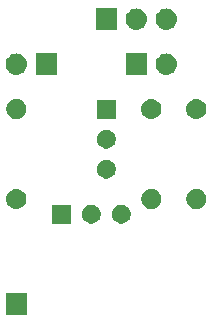
<source format=gbr>
G04 #@! TF.GenerationSoftware,KiCad,Pcbnew,(5.1.2)-2*
G04 #@! TF.CreationDate,2019-11-25T02:53:00-05:00*
G04 #@! TF.ProjectId,esp82single,65737038-3273-4696-9e67-6c652e6b6963,rev?*
G04 #@! TF.SameCoordinates,Original*
G04 #@! TF.FileFunction,Soldermask,Bot*
G04 #@! TF.FilePolarity,Negative*
%FSLAX46Y46*%
G04 Gerber Fmt 4.6, Leading zero omitted, Abs format (unit mm)*
G04 Created by KiCad (PCBNEW (5.1.2)-2) date 2019-11-25 02:53:00*
%MOMM*%
%LPD*%
G04 APERTURE LIST*
%ADD10C,0.100000*%
G04 APERTURE END LIST*
D10*
G36*
X130441000Y-94881000D02*
G01*
X128639000Y-94881000D01*
X128639000Y-93079000D01*
X130441000Y-93079000D01*
X130441000Y-94881000D01*
X130441000Y-94881000D01*
G37*
G36*
X136123642Y-85589781D02*
G01*
X136226728Y-85632481D01*
X136269416Y-85650163D01*
X136400608Y-85737822D01*
X136512178Y-85849392D01*
X136573388Y-85941000D01*
X136599838Y-85980586D01*
X136660219Y-86126358D01*
X136691000Y-86281107D01*
X136691000Y-86438893D01*
X136660219Y-86593642D01*
X136599838Y-86739414D01*
X136599837Y-86739416D01*
X136512178Y-86870608D01*
X136400608Y-86982178D01*
X136269416Y-87069837D01*
X136269415Y-87069838D01*
X136269414Y-87069838D01*
X136123642Y-87130219D01*
X135968893Y-87161000D01*
X135811107Y-87161000D01*
X135656358Y-87130219D01*
X135510586Y-87069838D01*
X135510585Y-87069838D01*
X135510584Y-87069837D01*
X135379392Y-86982178D01*
X135267822Y-86870608D01*
X135180163Y-86739416D01*
X135180162Y-86739414D01*
X135119781Y-86593642D01*
X135089000Y-86438893D01*
X135089000Y-86281107D01*
X135119781Y-86126358D01*
X135180162Y-85980586D01*
X135206612Y-85941000D01*
X135267822Y-85849392D01*
X135379392Y-85737822D01*
X135510584Y-85650163D01*
X135553272Y-85632481D01*
X135656358Y-85589781D01*
X135811107Y-85559000D01*
X135968893Y-85559000D01*
X136123642Y-85589781D01*
X136123642Y-85589781D01*
G37*
G36*
X134151000Y-87161000D02*
G01*
X132549000Y-87161000D01*
X132549000Y-85559000D01*
X134151000Y-85559000D01*
X134151000Y-87161000D01*
X134151000Y-87161000D01*
G37*
G36*
X138663642Y-85589781D02*
G01*
X138766728Y-85632481D01*
X138809416Y-85650163D01*
X138940608Y-85737822D01*
X139052178Y-85849392D01*
X139113388Y-85941000D01*
X139139838Y-85980586D01*
X139200219Y-86126358D01*
X139231000Y-86281107D01*
X139231000Y-86438893D01*
X139200219Y-86593642D01*
X139139838Y-86739414D01*
X139139837Y-86739416D01*
X139052178Y-86870608D01*
X138940608Y-86982178D01*
X138809416Y-87069837D01*
X138809415Y-87069838D01*
X138809414Y-87069838D01*
X138663642Y-87130219D01*
X138508893Y-87161000D01*
X138351107Y-87161000D01*
X138196358Y-87130219D01*
X138050586Y-87069838D01*
X138050585Y-87069838D01*
X138050584Y-87069837D01*
X137919392Y-86982178D01*
X137807822Y-86870608D01*
X137720163Y-86739416D01*
X137720162Y-86739414D01*
X137659781Y-86593642D01*
X137629000Y-86438893D01*
X137629000Y-86281107D01*
X137659781Y-86126358D01*
X137720162Y-85980586D01*
X137746612Y-85941000D01*
X137807822Y-85849392D01*
X137919392Y-85737822D01*
X138050584Y-85650163D01*
X138093272Y-85632481D01*
X138196358Y-85589781D01*
X138351107Y-85559000D01*
X138508893Y-85559000D01*
X138663642Y-85589781D01*
X138663642Y-85589781D01*
G37*
G36*
X145028228Y-84271703D02*
G01*
X145183100Y-84335853D01*
X145322481Y-84428985D01*
X145441015Y-84547519D01*
X145534147Y-84686900D01*
X145598297Y-84841772D01*
X145631000Y-85006184D01*
X145631000Y-85173816D01*
X145598297Y-85338228D01*
X145534147Y-85493100D01*
X145441015Y-85632481D01*
X145322481Y-85751015D01*
X145183100Y-85844147D01*
X145028228Y-85908297D01*
X144863816Y-85941000D01*
X144696184Y-85941000D01*
X144531772Y-85908297D01*
X144376900Y-85844147D01*
X144237519Y-85751015D01*
X144118985Y-85632481D01*
X144025853Y-85493100D01*
X143961703Y-85338228D01*
X143929000Y-85173816D01*
X143929000Y-85006184D01*
X143961703Y-84841772D01*
X144025853Y-84686900D01*
X144118985Y-84547519D01*
X144237519Y-84428985D01*
X144376900Y-84335853D01*
X144531772Y-84271703D01*
X144696184Y-84239000D01*
X144863816Y-84239000D01*
X145028228Y-84271703D01*
X145028228Y-84271703D01*
G37*
G36*
X141218228Y-84271703D02*
G01*
X141373100Y-84335853D01*
X141512481Y-84428985D01*
X141631015Y-84547519D01*
X141724147Y-84686900D01*
X141788297Y-84841772D01*
X141821000Y-85006184D01*
X141821000Y-85173816D01*
X141788297Y-85338228D01*
X141724147Y-85493100D01*
X141631015Y-85632481D01*
X141512481Y-85751015D01*
X141373100Y-85844147D01*
X141218228Y-85908297D01*
X141053816Y-85941000D01*
X140886184Y-85941000D01*
X140721772Y-85908297D01*
X140566900Y-85844147D01*
X140427519Y-85751015D01*
X140308985Y-85632481D01*
X140215853Y-85493100D01*
X140151703Y-85338228D01*
X140119000Y-85173816D01*
X140119000Y-85006184D01*
X140151703Y-84841772D01*
X140215853Y-84686900D01*
X140308985Y-84547519D01*
X140427519Y-84428985D01*
X140566900Y-84335853D01*
X140721772Y-84271703D01*
X140886184Y-84239000D01*
X141053816Y-84239000D01*
X141218228Y-84271703D01*
X141218228Y-84271703D01*
G37*
G36*
X129706823Y-84251313D02*
G01*
X129867242Y-84299976D01*
X129934361Y-84335852D01*
X130015078Y-84378996D01*
X130144659Y-84485341D01*
X130251004Y-84614922D01*
X130251005Y-84614924D01*
X130330024Y-84762758D01*
X130378687Y-84923177D01*
X130395117Y-85090000D01*
X130378687Y-85256823D01*
X130330024Y-85417242D01*
X130289477Y-85493100D01*
X130251004Y-85565078D01*
X130144659Y-85694659D01*
X130015078Y-85801004D01*
X130015076Y-85801005D01*
X129867242Y-85880024D01*
X129706823Y-85928687D01*
X129581804Y-85941000D01*
X129498196Y-85941000D01*
X129373177Y-85928687D01*
X129212758Y-85880024D01*
X129064924Y-85801005D01*
X129064922Y-85801004D01*
X128935341Y-85694659D01*
X128828996Y-85565078D01*
X128790523Y-85493100D01*
X128749976Y-85417242D01*
X128701313Y-85256823D01*
X128684883Y-85090000D01*
X128701313Y-84923177D01*
X128749976Y-84762758D01*
X128828995Y-84614924D01*
X128828996Y-84614922D01*
X128935341Y-84485341D01*
X129064922Y-84378996D01*
X129145639Y-84335852D01*
X129212758Y-84299976D01*
X129373177Y-84251313D01*
X129498196Y-84239000D01*
X129581804Y-84239000D01*
X129706823Y-84251313D01*
X129706823Y-84251313D01*
G37*
G36*
X137393642Y-81779781D02*
G01*
X137539414Y-81840162D01*
X137539416Y-81840163D01*
X137670608Y-81927822D01*
X137782178Y-82039392D01*
X137869837Y-82170584D01*
X137869838Y-82170586D01*
X137930219Y-82316358D01*
X137961000Y-82471107D01*
X137961000Y-82628893D01*
X137930219Y-82783642D01*
X137869838Y-82929414D01*
X137869837Y-82929416D01*
X137782178Y-83060608D01*
X137670608Y-83172178D01*
X137539416Y-83259837D01*
X137539415Y-83259838D01*
X137539414Y-83259838D01*
X137393642Y-83320219D01*
X137238893Y-83351000D01*
X137081107Y-83351000D01*
X136926358Y-83320219D01*
X136780586Y-83259838D01*
X136780585Y-83259838D01*
X136780584Y-83259837D01*
X136649392Y-83172178D01*
X136537822Y-83060608D01*
X136450163Y-82929416D01*
X136450162Y-82929414D01*
X136389781Y-82783642D01*
X136359000Y-82628893D01*
X136359000Y-82471107D01*
X136389781Y-82316358D01*
X136450162Y-82170586D01*
X136450163Y-82170584D01*
X136537822Y-82039392D01*
X136649392Y-81927822D01*
X136780584Y-81840163D01*
X136780586Y-81840162D01*
X136926358Y-81779781D01*
X137081107Y-81749000D01*
X137238893Y-81749000D01*
X137393642Y-81779781D01*
X137393642Y-81779781D01*
G37*
G36*
X137393642Y-79239781D02*
G01*
X137539414Y-79300162D01*
X137539416Y-79300163D01*
X137670608Y-79387822D01*
X137782178Y-79499392D01*
X137869837Y-79630584D01*
X137869838Y-79630586D01*
X137930219Y-79776358D01*
X137961000Y-79931107D01*
X137961000Y-80088893D01*
X137930219Y-80243642D01*
X137869838Y-80389414D01*
X137869837Y-80389416D01*
X137782178Y-80520608D01*
X137670608Y-80632178D01*
X137539416Y-80719837D01*
X137539415Y-80719838D01*
X137539414Y-80719838D01*
X137393642Y-80780219D01*
X137238893Y-80811000D01*
X137081107Y-80811000D01*
X136926358Y-80780219D01*
X136780586Y-80719838D01*
X136780585Y-80719838D01*
X136780584Y-80719837D01*
X136649392Y-80632178D01*
X136537822Y-80520608D01*
X136450163Y-80389416D01*
X136450162Y-80389414D01*
X136389781Y-80243642D01*
X136359000Y-80088893D01*
X136359000Y-79931107D01*
X136389781Y-79776358D01*
X136450162Y-79630586D01*
X136450163Y-79630584D01*
X136537822Y-79499392D01*
X136649392Y-79387822D01*
X136780584Y-79300163D01*
X136780586Y-79300162D01*
X136926358Y-79239781D01*
X137081107Y-79209000D01*
X137238893Y-79209000D01*
X137393642Y-79239781D01*
X137393642Y-79239781D01*
G37*
G36*
X141136823Y-76631313D02*
G01*
X141297242Y-76679976D01*
X141364361Y-76715852D01*
X141445078Y-76758996D01*
X141574659Y-76865341D01*
X141681004Y-76994922D01*
X141681005Y-76994924D01*
X141760024Y-77142758D01*
X141808687Y-77303177D01*
X141825117Y-77470000D01*
X141808687Y-77636823D01*
X141760024Y-77797242D01*
X141719477Y-77873100D01*
X141681004Y-77945078D01*
X141574659Y-78074659D01*
X141445078Y-78181004D01*
X141445076Y-78181005D01*
X141297242Y-78260024D01*
X141136823Y-78308687D01*
X141011804Y-78321000D01*
X140928196Y-78321000D01*
X140803177Y-78308687D01*
X140642758Y-78260024D01*
X140494924Y-78181005D01*
X140494922Y-78181004D01*
X140365341Y-78074659D01*
X140258996Y-77945078D01*
X140220523Y-77873100D01*
X140179976Y-77797242D01*
X140131313Y-77636823D01*
X140114883Y-77470000D01*
X140131313Y-77303177D01*
X140179976Y-77142758D01*
X140258995Y-76994924D01*
X140258996Y-76994922D01*
X140365341Y-76865341D01*
X140494922Y-76758996D01*
X140575639Y-76715852D01*
X140642758Y-76679976D01*
X140803177Y-76631313D01*
X140928196Y-76619000D01*
X141011804Y-76619000D01*
X141136823Y-76631313D01*
X141136823Y-76631313D01*
G37*
G36*
X129788228Y-76651703D02*
G01*
X129943100Y-76715853D01*
X130082481Y-76808985D01*
X130201015Y-76927519D01*
X130294147Y-77066900D01*
X130358297Y-77221772D01*
X130391000Y-77386184D01*
X130391000Y-77553816D01*
X130358297Y-77718228D01*
X130294147Y-77873100D01*
X130201015Y-78012481D01*
X130082481Y-78131015D01*
X129943100Y-78224147D01*
X129788228Y-78288297D01*
X129623816Y-78321000D01*
X129456184Y-78321000D01*
X129291772Y-78288297D01*
X129136900Y-78224147D01*
X128997519Y-78131015D01*
X128878985Y-78012481D01*
X128785853Y-77873100D01*
X128721703Y-77718228D01*
X128689000Y-77553816D01*
X128689000Y-77386184D01*
X128721703Y-77221772D01*
X128785853Y-77066900D01*
X128878985Y-76927519D01*
X128997519Y-76808985D01*
X129136900Y-76715853D01*
X129291772Y-76651703D01*
X129456184Y-76619000D01*
X129623816Y-76619000D01*
X129788228Y-76651703D01*
X129788228Y-76651703D01*
G37*
G36*
X144946823Y-76631313D02*
G01*
X145107242Y-76679976D01*
X145174361Y-76715852D01*
X145255078Y-76758996D01*
X145384659Y-76865341D01*
X145491004Y-76994922D01*
X145491005Y-76994924D01*
X145570024Y-77142758D01*
X145618687Y-77303177D01*
X145635117Y-77470000D01*
X145618687Y-77636823D01*
X145570024Y-77797242D01*
X145529477Y-77873100D01*
X145491004Y-77945078D01*
X145384659Y-78074659D01*
X145255078Y-78181004D01*
X145255076Y-78181005D01*
X145107242Y-78260024D01*
X144946823Y-78308687D01*
X144821804Y-78321000D01*
X144738196Y-78321000D01*
X144613177Y-78308687D01*
X144452758Y-78260024D01*
X144304924Y-78181005D01*
X144304922Y-78181004D01*
X144175341Y-78074659D01*
X144068996Y-77945078D01*
X144030523Y-77873100D01*
X143989976Y-77797242D01*
X143941313Y-77636823D01*
X143924883Y-77470000D01*
X143941313Y-77303177D01*
X143989976Y-77142758D01*
X144068995Y-76994924D01*
X144068996Y-76994922D01*
X144175341Y-76865341D01*
X144304922Y-76758996D01*
X144385639Y-76715852D01*
X144452758Y-76679976D01*
X144613177Y-76631313D01*
X144738196Y-76619000D01*
X144821804Y-76619000D01*
X144946823Y-76631313D01*
X144946823Y-76631313D01*
G37*
G36*
X137961000Y-78271000D02*
G01*
X136359000Y-78271000D01*
X136359000Y-76669000D01*
X137961000Y-76669000D01*
X137961000Y-78271000D01*
X137961000Y-78271000D01*
G37*
G36*
X132981000Y-74561000D02*
G01*
X131179000Y-74561000D01*
X131179000Y-72759000D01*
X132981000Y-72759000D01*
X132981000Y-74561000D01*
X132981000Y-74561000D01*
G37*
G36*
X142350442Y-72765518D02*
G01*
X142416627Y-72772037D01*
X142586466Y-72823557D01*
X142742991Y-72907222D01*
X142778729Y-72936552D01*
X142880186Y-73019814D01*
X142963448Y-73121271D01*
X142992778Y-73157009D01*
X143076443Y-73313534D01*
X143127963Y-73483373D01*
X143145359Y-73660000D01*
X143127963Y-73836627D01*
X143076443Y-74006466D01*
X142992778Y-74162991D01*
X142963448Y-74198729D01*
X142880186Y-74300186D01*
X142778729Y-74383448D01*
X142742991Y-74412778D01*
X142586466Y-74496443D01*
X142416627Y-74547963D01*
X142350442Y-74554482D01*
X142284260Y-74561000D01*
X142195740Y-74561000D01*
X142129558Y-74554482D01*
X142063373Y-74547963D01*
X141893534Y-74496443D01*
X141737009Y-74412778D01*
X141701271Y-74383448D01*
X141599814Y-74300186D01*
X141516552Y-74198729D01*
X141487222Y-74162991D01*
X141403557Y-74006466D01*
X141352037Y-73836627D01*
X141334641Y-73660000D01*
X141352037Y-73483373D01*
X141403557Y-73313534D01*
X141487222Y-73157009D01*
X141516552Y-73121271D01*
X141599814Y-73019814D01*
X141701271Y-72936552D01*
X141737009Y-72907222D01*
X141893534Y-72823557D01*
X142063373Y-72772037D01*
X142129558Y-72765518D01*
X142195740Y-72759000D01*
X142284260Y-72759000D01*
X142350442Y-72765518D01*
X142350442Y-72765518D01*
G37*
G36*
X140601000Y-74561000D02*
G01*
X138799000Y-74561000D01*
X138799000Y-72759000D01*
X140601000Y-72759000D01*
X140601000Y-74561000D01*
X140601000Y-74561000D01*
G37*
G36*
X129650442Y-72765518D02*
G01*
X129716627Y-72772037D01*
X129886466Y-72823557D01*
X130042991Y-72907222D01*
X130078729Y-72936552D01*
X130180186Y-73019814D01*
X130263448Y-73121271D01*
X130292778Y-73157009D01*
X130376443Y-73313534D01*
X130427963Y-73483373D01*
X130445359Y-73660000D01*
X130427963Y-73836627D01*
X130376443Y-74006466D01*
X130292778Y-74162991D01*
X130263448Y-74198729D01*
X130180186Y-74300186D01*
X130078729Y-74383448D01*
X130042991Y-74412778D01*
X129886466Y-74496443D01*
X129716627Y-74547963D01*
X129650442Y-74554482D01*
X129584260Y-74561000D01*
X129495740Y-74561000D01*
X129429558Y-74554482D01*
X129363373Y-74547963D01*
X129193534Y-74496443D01*
X129037009Y-74412778D01*
X129001271Y-74383448D01*
X128899814Y-74300186D01*
X128816552Y-74198729D01*
X128787222Y-74162991D01*
X128703557Y-74006466D01*
X128652037Y-73836627D01*
X128634641Y-73660000D01*
X128652037Y-73483373D01*
X128703557Y-73313534D01*
X128787222Y-73157009D01*
X128816552Y-73121271D01*
X128899814Y-73019814D01*
X129001271Y-72936552D01*
X129037009Y-72907222D01*
X129193534Y-72823557D01*
X129363373Y-72772037D01*
X129429558Y-72765518D01*
X129495740Y-72759000D01*
X129584260Y-72759000D01*
X129650442Y-72765518D01*
X129650442Y-72765518D01*
G37*
G36*
X142350443Y-68955519D02*
G01*
X142416627Y-68962037D01*
X142586466Y-69013557D01*
X142742991Y-69097222D01*
X142778729Y-69126552D01*
X142880186Y-69209814D01*
X142963448Y-69311271D01*
X142992778Y-69347009D01*
X143076443Y-69503534D01*
X143127963Y-69673373D01*
X143145359Y-69850000D01*
X143127963Y-70026627D01*
X143076443Y-70196466D01*
X142992778Y-70352991D01*
X142963448Y-70388729D01*
X142880186Y-70490186D01*
X142778729Y-70573448D01*
X142742991Y-70602778D01*
X142586466Y-70686443D01*
X142416627Y-70737963D01*
X142350443Y-70744481D01*
X142284260Y-70751000D01*
X142195740Y-70751000D01*
X142129557Y-70744481D01*
X142063373Y-70737963D01*
X141893534Y-70686443D01*
X141737009Y-70602778D01*
X141701271Y-70573448D01*
X141599814Y-70490186D01*
X141516552Y-70388729D01*
X141487222Y-70352991D01*
X141403557Y-70196466D01*
X141352037Y-70026627D01*
X141334641Y-69850000D01*
X141352037Y-69673373D01*
X141403557Y-69503534D01*
X141487222Y-69347009D01*
X141516552Y-69311271D01*
X141599814Y-69209814D01*
X141701271Y-69126552D01*
X141737009Y-69097222D01*
X141893534Y-69013557D01*
X142063373Y-68962037D01*
X142129557Y-68955519D01*
X142195740Y-68949000D01*
X142284260Y-68949000D01*
X142350443Y-68955519D01*
X142350443Y-68955519D01*
G37*
G36*
X139810443Y-68955519D02*
G01*
X139876627Y-68962037D01*
X140046466Y-69013557D01*
X140202991Y-69097222D01*
X140238729Y-69126552D01*
X140340186Y-69209814D01*
X140423448Y-69311271D01*
X140452778Y-69347009D01*
X140536443Y-69503534D01*
X140587963Y-69673373D01*
X140605359Y-69850000D01*
X140587963Y-70026627D01*
X140536443Y-70196466D01*
X140452778Y-70352991D01*
X140423448Y-70388729D01*
X140340186Y-70490186D01*
X140238729Y-70573448D01*
X140202991Y-70602778D01*
X140046466Y-70686443D01*
X139876627Y-70737963D01*
X139810443Y-70744481D01*
X139744260Y-70751000D01*
X139655740Y-70751000D01*
X139589557Y-70744481D01*
X139523373Y-70737963D01*
X139353534Y-70686443D01*
X139197009Y-70602778D01*
X139161271Y-70573448D01*
X139059814Y-70490186D01*
X138976552Y-70388729D01*
X138947222Y-70352991D01*
X138863557Y-70196466D01*
X138812037Y-70026627D01*
X138794641Y-69850000D01*
X138812037Y-69673373D01*
X138863557Y-69503534D01*
X138947222Y-69347009D01*
X138976552Y-69311271D01*
X139059814Y-69209814D01*
X139161271Y-69126552D01*
X139197009Y-69097222D01*
X139353534Y-69013557D01*
X139523373Y-68962037D01*
X139589557Y-68955519D01*
X139655740Y-68949000D01*
X139744260Y-68949000D01*
X139810443Y-68955519D01*
X139810443Y-68955519D01*
G37*
G36*
X138061000Y-70751000D02*
G01*
X136259000Y-70751000D01*
X136259000Y-68949000D01*
X138061000Y-68949000D01*
X138061000Y-70751000D01*
X138061000Y-70751000D01*
G37*
M02*

</source>
